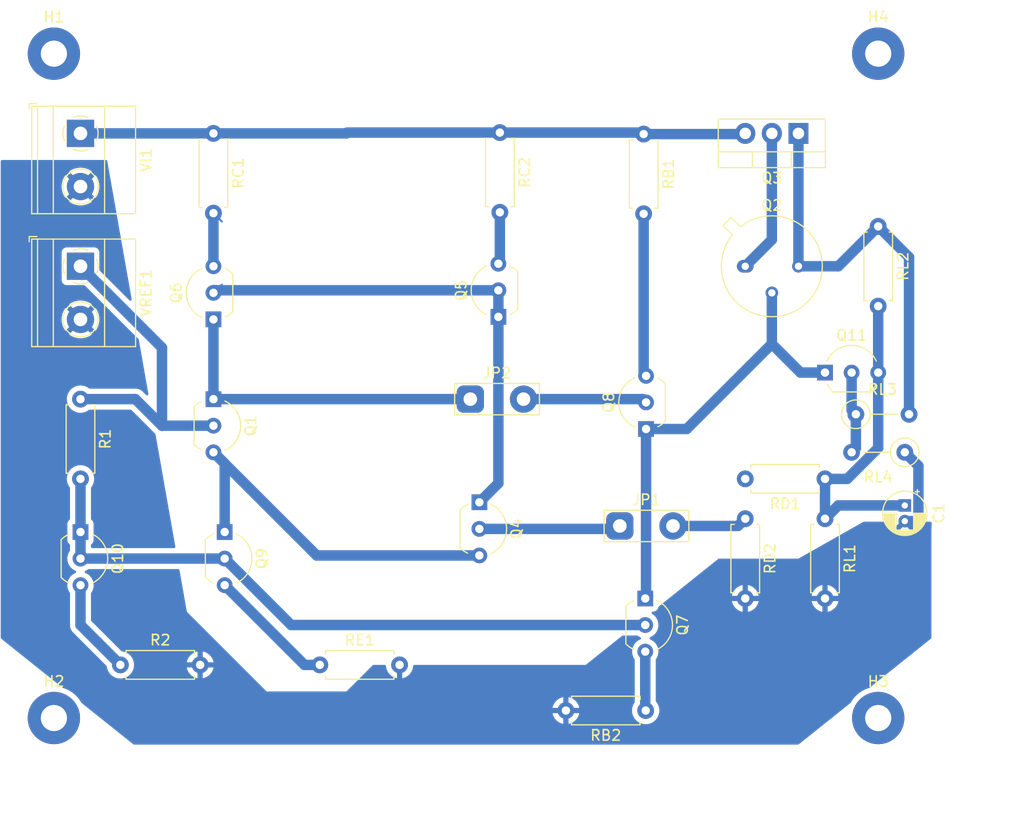
<source format=kicad_pcb>
(kicad_pcb (version 20240108) (generator "pcbnew") (generator_version "8.0")
  (layers (0 "F.Cu" signal) (31 "B.Cu" signal) (34 "B.Paste" user) (35 "F.Paste" user) (36 "B.SilkS" user "B.Silkscreen") (37 "F.SilkS" user "F.Silkscreen") (38 "B.Mask" user) (39 "F.Mask" user) (44 "Edge.Cuts" user))
  (net 0 "")
  (net 1 "vref")
  (net 2 "Net-(Q1-E)")
  (net 3 "Net-(Q11-C)")
  (net 4 "Net-(Q2-C)")
  (net 5 "vo")
  (net 6 "vi")
  (net 7 "Net-(JP1-B)")
  (net 8 "Net-(Q4-C)")
  (net 9 "Net-(Q5-E)")
  (net 10 "Net-(Q6-E)")
  (net 11 "Net-(Q10-B)")
  (net 12 "Net-(Q7-E)")
  (net 13 "Net-(Q8-E)")
  (net 14 "Net-(Q9-E)")
  (net 15 "Net-(Q10-E)")
  (net 16 "Net-(JP1-A)")
  (net 17 "Net-(JP2-A)")
  (net 18 "Net-(JP2-B)")
  (net 19 "GND")
  (net 20 "Net-(Q2-E)")
  (net 21 "Net-(Q11-B)")
  (footprint "TestPoint:TestPoint_2Pads_Pitch5.08mm_Drill1.3mm" (layer "F.Cu") (at 126.138012 76.2)
    (property "Reference" "JP2" (at 2.54 -2.5 0) (layer "F.SilkS"))
    (property "Value" "Jumper_2_Bridged")
    (fp_line (start -1.5 -1.5) (end -1.5 1.5) (stroke (width 0.12)) (layer "F.SilkS"))
    (fp_line (start -1.5 -1.5) (end 6.6 -1.5) (stroke (width 0.12)) (layer "F.SilkS"))
    (fp_line (start 6.6 1.5) (end -1.5 1.5) (stroke (width 0.12)) (layer "F.SilkS"))
    (fp_line (start 6.6 1.5) (end 6.6 -1.5) (stroke (width 0.12)) (layer "F.SilkS"))
    (pad "1" thru_hole roundrect (at 0 0) (size 2.6 2.6) (drill 1.3) (layers "*.Cu" "*.Mask") (net 17 "Net-(JP2-A)"))
    (pad "2" thru_hole circle (at 5.08 0) (size 2.6 2.6) (drill 1.3) (layers "*.Cu" "*.Mask") (net 18 "Net-(JP2-B)"))
  )
  (footprint "Package_TO_SOT_THT:TO-92_Inline_Wide" (layer "F.Cu") (at 160.02 73.66)
    (property "Reference" "Q11" (at 2.54 -3.56 0) (layer "F.SilkS"))
    (property "Value" "BC547C")
    (fp_line (start 0.74 1.85) (end 4.34 1.85) (stroke (width 0.12)) (layer "F.SilkS"))
    (fp_arc (start 0.1836 -1.098807) (mid 1.143021 -2.192817) (end 2.54 -2.6) (stroke (width 0.12)) (layer "F.SilkS"))
    (fp_arc (start 0.74 1.85) (mid 0.446097 1.509328) (end 0.215816 1.122795) (stroke (width 0.12)) (layer "F.SilkS"))
    (fp_arc (start 2.54 -2.6) (mid 3.936979 -2.192818) (end 4.8964 -1.098807) (stroke (width 0.12)) (layer "F.SilkS"))
    (fp_arc (start 4.864184 1.122795) (mid 4.633903 1.509328) (end 4.34 1.85) (stroke (width 0.12)) (layer "F.SilkS"))
    (pad "1" thru_hole rect (at 0 0) (size 1.5 1.5) (drill 0.8) (layers "*.Cu" "*.Mask") (net 3 "Net-(Q11-C)"))
    (pad "2" thru_hole circle (at 2.54 0) (size 1.5 1.5) (drill 0.8) (layers "*.Cu" "*.Mask") (net 21 "Net-(Q11-B)"))
    (pad "3" thru_hole circle (at 5.08 0) (size 1.5 1.5) (drill 0.8) (layers "*.Cu" "*.Mask") (net 5 "vo"))
  )
  (footprint "MountingHole:MountingHole_2.5mm_Pad" (layer "F.Cu") (at 86.36 106.68)
    (property "Reference" "H2" (at 0 -3.5 0) (layer "F.SilkS"))
    (property "Value" "MountingHole")
    (pad "1" thru_hole circle (at 0 0) (size 5 5) (drill 2.5) (layers "*.Cu" "*.Mask"))
  )
  (footprint "Package_TO_SOT_THT:TO-92_Inline_Wide" (layer "F.Cu") (at 142.924151 79.0538 90)
    (property "Reference" "Q8" (at 2.54 -3.56 -90) (layer "F.SilkS"))
    (property "Value" "BC557C")
    (fp_line (start 0.74 1.85) (end 4.34 1.85) (stroke (width 0.12)) (layer "F.SilkS"))
    (fp_arc (start 2.54 -2.6) (mid 3.936979 -2.192818) (end 4.8964 -1.098807) (stroke (width 0.12)) (layer "F.SilkS"))
    (fp_arc (start 0.1836 -1.098807) (mid 1.143021 -2.192817) (end 2.54 -2.6) (stroke (width 0.12)) (layer "F.SilkS"))
    (fp_arc (start 4.864184 1.122795) (mid 4.633903 1.509328) (end 4.34 1.85) (stroke (width 0.12)) (layer "F.SilkS"))
    (fp_arc (start 0.74 1.85) (mid 0.446097 1.509328) (end 0.215816 1.122795) (stroke (width 0.12)) (layer "F.SilkS"))
    (pad "1" thru_hole rect (at 0 0 90) (size 1.5 1.5) (drill 0.8) (layers "*.Cu" "*.Mask") (net 3 "Net-(Q11-C)"))
    (pad "2" thru_hole circle (at 2.54 0 90) (size 1.5 1.5) (drill 0.8) (layers "*.Cu" "*.Mask") (net 18 "Net-(JP2-B)"))
    (pad "3" thru_hole circle (at 5.08 0 90) (size 1.5 1.5) (drill 0.8) (layers "*.Cu" "*.Mask") (net 13 "Net-(Q8-E)"))
  )
  (footprint "Package_TO_SOT_THT:TO-92_Inline_Wide" (layer "F.Cu") (at 128.818068 68.336227 90)
    (property "Reference" "Q5" (at 2.54 -3.56 -90) (layer "F.SilkS"))
    (property "Value" "BC557C")
    (fp_line (start 0.74 1.85) (end 4.34 1.85) (stroke (width 0.12)) (layer "F.SilkS"))
    (fp_arc (start 2.54 -2.6) (mid 3.936979 -2.192818) (end 4.8964 -1.098807) (stroke (width 0.12)) (layer "F.SilkS"))
    (fp_arc (start 0.1836 -1.098807) (mid 1.143021 -2.192817) (end 2.54 -2.6) (stroke (width 0.12)) (layer "F.SilkS"))
    (fp_arc (start 4.864184 1.122795) (mid 4.633903 1.509328) (end 4.34 1.85) (stroke (width 0.12)) (layer "F.SilkS"))
    (fp_arc (start 0.74 1.85) (mid 0.446097 1.509328) (end 0.215816 1.122795) (stroke (width 0.12)) (layer "F.SilkS"))
    (pad "1" thru_hole rect (at 0 0 90) (size 1.5 1.5) (drill 0.8) (layers "*.Cu" "*.Mask") (net 8 "Net-(Q4-C)"))
    (pad "2" thru_hole circle (at 2.54 0 90) (size 1.5 1.5) (drill 0.8) (layers "*.Cu" "*.Mask") (net 8 "Net-(Q4-C)"))
    (pad "3" thru_hole circle (at 5.08 0 90) (size 1.5 1.5) (drill 0.8) (layers "*.Cu" "*.Mask") (net 9 "Net-(Q5-E)"))
  )
  (footprint "Resistor_THT:R_Axial_DIN0207_L6.3mm_D2.5mm_P7.62mm_Horizontal" (layer "F.Cu") (at 92.71 101.6)
    (property "Reference" "R2" (at 3.81 -2.37 0) (layer "F.SilkS"))
    (property "Value" "390")
    (fp_line (start 0.54 -1.37) (end 7.08 -1.37) (stroke (width 0.12)) (layer "F.SilkS"))
    (fp_line (start 0.54 -1.04) (end 0.54 -1.37) (stroke (width 0.12)) (layer "F.SilkS"))
    (fp_line (start 0.54 1.04) (end 0.54 1.37) (stroke (width 0.12)) (layer "F.SilkS"))
    (fp_line (start 0.54 1.37) (end 7.08 1.37) (stroke (width 0.12)) (layer "F.SilkS"))
    (fp_line (start 7.08 -1.37) (end 7.08 -1.04) (stroke (width 0.12)) (layer "F.SilkS"))
    (fp_line (start 7.08 1.37) (end 7.08 1.04) (stroke (width 0.12)) (layer "F.SilkS"))
    (pad "1" thru_hole circle (at 0 0) (size 1.6 1.6) (drill 0.8) (layers "*.Cu" "*.Mask") (net 15 "Net-(Q10-E)"))
    (pad "2" thru_hole oval (at 7.62 0) (size 1.6 1.6) (drill 0.8) (layers "*.Cu" "*.Mask") (net 19 "GND"))
  )
  (footprint "TerminalBlock_Phoenix:TerminalBlock_Phoenix_MKDS-1,5-2-5.08_1x02_P5.08mm_Horizontal" (layer "F.Cu") (at 88.9 50.8 -90)
    (property "Reference" "VI1" (at 2.54 -6.26 90) (layer "F.SilkS"))
    (property "Value" "6.8")
    (fp_line (start -2.84 4.9) (end -2.34 4.9) (stroke (width 0.12)) (layer "F.SilkS"))
    (fp_line (start -2.6 4.66) (end 7.68 4.66) (stroke (width 0.12)) (layer "F.SilkS"))
    (fp_line (start -2.84 4.16) (end -2.84 4.9) (stroke (width 0.12)) (layer "F.SilkS"))
    (fp_line (start -2.6 4.1) (end 7.68 4.1) (stroke (width 0.12)) (layer "F.SilkS"))
    (fp_line (start -2.6 2.6) (end 7.68 2.6) (stroke (width 0.12)) (layer "F.SilkS"))
    (fp_line (start 4.046 1.239) (end 4.011 1.274) (stroke (width 0.12)) (layer "F.SilkS"))
    (fp_line (start 3.853 1.023) (end 3.806 1.069) (stroke (width 0.12)) (layer "F.SilkS"))
    (fp_line (start 6.355 -1.069) (end 6.308 -1.023) (stroke (width 0.12)) (layer "F.SilkS"))
    (fp_line (start 6.15 -1.275) (end 6.115 -1.239) (stroke (width 0.12)) (layer "F.SilkS"))
    (fp_line (start -2.6 -2.301) (end 7.68 -2.301) (stroke (width 0.12)) (layer "F.SilkS"))
    (fp_line (start -2.6 -5.261) (end -2.6 4.66) (stroke (width 0.12)) (layer "F.SilkS"))
    (fp_line (start -2.6 -5.261) (end 7.68 -5.261) (stroke (width 0.12)) (layer "F.SilkS"))
    (fp_line (start 7.68 -5.261) (end 7.68 4.66) (stroke (width 0.12)) (layer "F.SilkS"))
    (fp_arc (start 0.028805 1.680253) (mid -0.335551 1.646659) (end -0.684 1.535) (stroke (width 0.12)) (layer "F.SilkS"))
    (fp_arc (start 0.683318 1.534756) (mid 0.349292 1.643288) (end 0 1.68) (stroke (width 0.12)) (layer "F.SilkS"))
    (fp_arc (start -1.535427 0.683042) (mid -1.680501 -0.000524) (end -1.535 -0.684) (stroke (width 0.12)) (layer "F.SilkS"))
    (fp_arc (start 1.535427 -0.683042) (mid 1.680501 0.000524) (end 1.535 0.684) (stroke (width 0.12)) (layer "F.SilkS"))
    (fp_arc (start -0.683042 -1.535427) (mid 0.000524 -1.680501) (end 0.684 -1.535) (stroke (width 0.12)) (layer "F.SilkS"))
    (fp_circle (center 5.08 0) (end 6.76 0) (stroke (width 0.12)) (fill none) (layer "F.SilkS"))
    (pad "1" thru_hole rect (at 0 0 270) (size 2.6 2.6) (drill 1.3) (layers "*.Cu" "*.Mask") (net 6 "vi"))
    (pad "2" thru_hole circle (at 5.08 0 270) (size 2.6 2.6) (drill 1.3) (layers "*.Cu" "*.Mask") (net 19 "GND"))
  )
  (footprint "Capacitor_THT:CP_Radial_D4.0mm_P1.50mm" (layer "F.Cu") (at 167.64 86.36 -90)
    (property "Reference" "C1" (at 0.75 -3.25 90) (layer "F.SilkS"))
    (property "Value" "C")
    (fp_line (start 0.75 0.84) (end 0.75 2.08) (stroke (width 0.12)) (layer "F.SilkS"))
    (fp_line (start 0.79 0.84) (end 0.79 2.08) (stroke (width 0.12)) (layer "F.SilkS"))
    (fp_line (start 0.83 0.84) (end 0.83 2.079) (stroke (width 0.12)) (layer "F.SilkS"))
    (fp_line (start 0.87 0.84) (end 0.87 2.077) (stroke (width 0.12)) (layer "F.SilkS"))
    (fp_line (start 0.91 0.84) (end 0.91 2.074) (stroke (width 0.12)) (layer "F.SilkS"))
    (fp_line (start 0.95 0.84) (end 0.95 2.071) (stroke (width 0.12)) (layer "F.SilkS"))
    (fp_line (start 0.99 0.84) (end 0.99 2.067) (stroke (width 0.12)) (layer "F.SilkS"))
    (fp_line (start 1.03 0.84) (end 1.03 2.062) (stroke (width 0.12)) (layer "F.SilkS"))
    (fp_line (start 1.07 0.84) (end 1.07 2.056) (stroke (width 0.12)) (layer "F.SilkS"))
    (fp_line (start 1.11 0.84) (end 1.11 2.05) (stroke (width 0.12)) (layer "F.SilkS"))
    (fp_line (start 1.15 0.84) (end 1.15 2.042) (stroke (width 0.12)) (layer "F.SilkS"))
    (fp_line (start 1.19 0.84) (end 1.19 2.034) (stroke (width 0.12)) (layer "F.SilkS"))
    (fp_line (start 1.23 0.84) (end 1.23 2.025) (stroke (width 0.12)) (layer "F.SilkS"))
    (fp_line (start 1.27 0.84) (end 1.27 2.016) (stroke (width 0.12)) (layer "F.SilkS"))
    (fp_line (start 1.31 0.84) (end 1.31 2.005) (stroke (width 0.12)) (layer "F.SilkS"))
    (fp_line (start 1.35 0.84) (end 1.35 1.994) (stroke (width 0.12)) (layer "F.SilkS"))
    (fp_line (start 1.39 0.84) (end 1.39 1.982) (stroke (width 0.12)) (layer "F.SilkS"))
    (fp_line (start 1.43 0.84) (end 1.43 1.968) (stroke (width 0.12)) (layer "F.SilkS"))
    (fp_line (start 1.471 0.84) (end 1.471 1.954) (stroke (width 0.12)) (layer "F.SilkS"))
    (fp_line (start 1.511 0.84) (end 1.511 1.94) (stroke (width 0.12)) (layer "F.SilkS"))
    (fp_line (start 1.551 0.84) (end 1.551 1.924) (stroke (width 0.12)) (layer "F.SilkS"))
    (fp_line (start 1.591 0.84) (end 1.591 1.907) (stroke (width 0.12)) (layer "F.SilkS"))
    (fp_line (start 1.631 0.84) (end 1.631 1.889) (stroke (width 0.12)) (layer "F.SilkS"))
    (fp_line (start 1.671 0.84) (end 1.671 1.87) (stroke (width 0.12)) (layer "F.SilkS"))
    (fp_line (start 1.711 0.84) (end 1.711 1.851) (stroke (width 0.12)) (layer "F.SilkS"))
    (fp_line (start 1.751 0.84) (end 1.751 1.83) (stroke (width 0.12)) (layer "F.SilkS"))
    (fp_line (start 1.791 0.84) (end 1.791 1.808) (stroke (width 0.12)) (layer "F.SilkS"))
    (fp_line (start 1.831 0.84) (end 1.831 1.785) (stroke (width 0.12)) (layer "F.SilkS"))
    (fp_line (start 1.871 0.84) (end 1.871 1.76) (stroke (width 0.12)) (layer "F.SilkS"))
    (fp_line (start 1.911 0.84) (end 1.911 1.735) (stroke (width 0.12)) (layer "F.SilkS"))
    (fp_line (start 1.951 0.84) (end 1.951 1.708) (stroke (width 0.12)) (layer "F.SilkS"))
    (fp_line (start 1.991 0.84) (end 1.991 1.68) (stroke (width 0.12)) (layer "F.SilkS"))
    (fp_line (start 2.031 0.84) (end 2.031 1.65) (stroke (width 0.12)) (layer "F.SilkS"))
    (fp_line (start 2.071 0.84) (end 2.071 1.619) (stroke (width 0.12)) (layer "F.SilkS"))
    (fp_line (start 2.111 0.84) (end 2.111 1.587) (stroke (width 0.12)) (layer "F.SilkS"))
    (fp_line (start 2.151 0.84) (end 2.151 1.552) (stroke (width 0.12)) (layer "F.SilkS"))
    (fp_line (start 2.191 0.84) (end 2.191 1.516) (stroke (width 0.12)) (layer "F.SilkS"))
    (fp_line (start 2.231 0.84) (end 2.231 1.478) (stroke (width 0.12)) (layer "F.SilkS"))
    (fp_line (start 2.271 0.84) (end 2.271 1.438) (stroke (width 0.12)) (layer "F.SilkS"))
    (fp_line (start 2.311 0.84) (end 2.311 1.396) (stroke (width 0.12)) (layer "F.SilkS"))
    (fp_line (start 2.831 -0.37) (end 2.831 0.37) (stroke (width 0.12)) (layer "F.SilkS"))
    (fp_line (start 2.791 -0.537) (end 2.791 0.537) (stroke (width 0.12)) (layer "F.SilkS"))
    (fp_line (start 2.751 -0.664) (end 2.751 0.664) (stroke (width 0.12)) (layer "F.SilkS"))
    (fp_line (start 2.711 -0.768) (end 2.711 0.768) (stroke (width 0.12)) (layer "F.SilkS"))
    (fp_line (start 2.671 -0.859) (end 2.671 0.859) (stroke (width 0.12)) (layer "F.SilkS"))
    (fp_line (start 2.631 -0.94) (end 2.631 0.94) (stroke (width 0.12)) (layer "F.SilkS"))
    (fp_line (start 2.591 -1.013) (end 2.591 1.013) (stroke (width 0.12)) (layer "F.SilkS"))
    (fp_line (start 2.551 -1.08) (end 2.551 1.08) (stroke (width 0.12)) (layer "F.SilkS"))
    (fp_line (start 2.511 -1.142) (end 2.511 1.142) (stroke (width 0.12)) (layer "F.SilkS"))
    (fp_line (start -1.519801 -1.195) (end -1.119801 -1.195) (stroke (width 0.12)) (layer "F.SilkS"))
    (fp_line (start 2.471 -1.2) (end 2.471 1.2) (stroke (width 0.12)) (layer "F.SilkS"))
    (fp_line (start 2.431 -1.254) (end 2.431 1.254) (stroke (width 0.12)) (layer "F.SilkS"))
    (fp_line (start 2.391 -1.304) (end 2.391 1.304) (stroke (width 0.12)) (layer "F.SilkS"))
    (fp_line (start 2.351 -1.351) (end 2.351 1.351) (stroke (width 0.12)) (layer "F.SilkS"))
    (fp_line (start -1.319801 -1.395) (end -1.319801 -0.995) (stroke (width 0.12)) (layer "F.SilkS"))
    (fp_line (start 2.311 -1.396) (end 2.311 -0.84) (stroke (width 0.12)) (layer "F.SilkS"))
    (fp_line (start 2.271 -1.438) (end 2.271 -0.84) (stroke (width 0.12)) (layer "F.SilkS"))
    (fp_line (start 2.231 -1.478) (end 2.231 -0.84) (stroke (width 0.12)) (layer "F.SilkS"))
    (fp_line (start 2.191 -1.516) (end 2.191 -0.84) (stroke (width 0.12)) (layer "F.SilkS"))
    (fp_line (start 2.151 -1.552) (end 2.151 -0.84) (stroke (width 0.12)) (layer "F.SilkS"))
    (fp_line (start 2.111 -1.587) (end 2.111 -0.84) (stroke (width 0.12)) (layer "F.SilkS"))
    (fp_line (start 2.071 -1.619) (end 2.071 -0.84) (stroke (width 0.12)) (layer "F.SilkS"))
    (fp_line (start 2.031 -1.65) (end 2.031 -0.84) (stroke (width 0.12)) (layer "F.SilkS"))
    (fp_line (start 1.991 -1.68) (end 1.991 -0.84) (stroke (width 0.12)) (layer "F.SilkS"))
    (fp_line (start 1.951 -1.708) (end 1.951 -0.84) (stroke (width 0.12)) (layer "F.SilkS"))
    (fp_line (start 1.911 -1.735) (end 1.911 -0.84) (stroke (width 0.12)) (layer "F.SilkS"))
    (fp_line (start 1.871 -1.76) (end 1.871 -0.84) (stroke (width 0.12)) (layer "F.SilkS"))
    (fp_line (start 1.831 -1.785) (end 1.831 -0.84) (stroke (width 0.12)) (layer "F.SilkS"))
    (fp_line (start 1.791 -1.808) (end 1.791 -0.84) (stroke (width 0.12)) (layer "F.SilkS"))
    (fp_line (start 1.751 -1.83) (end 1.751 -0.84) (stroke (width 0.12)) (layer "F.SilkS"))
    (fp_line (start 1.711 -1.851) (end 1.711 -0.84) (stroke (width 0.12)) (layer "F.SilkS"))
    (fp_line (start 1.671 -1.87) (end 1.671 -0.84) (stroke (width 0.12)) (layer "F.SilkS"))
    (fp_line (start 1.631 -1.889) (end 1.631 -0.84) (stroke (width 0.12)) (layer "F.SilkS"))
    (fp_line (start 1.591 -1.907) (end 1.591 -0.84) (stroke (width 0.12)) (layer "F.SilkS"))
    (fp_line (start 1.551 -1.924) (end 1.551 -0.84) (stroke (width 0.12)) (layer "F.SilkS"))
    (fp_line (start 1.511 -1.94) (end 1.511 -0.84) (stroke (width 0.12)) (layer "F.SilkS"))
    (fp_line (start 1.471 -1.954) (end 1.471 -0.84) (stroke (width 0.12)) (layer "F.SilkS"))
    (fp_line (start 1.43 -1.968) (end 1.43 -0.84) (stroke (width 0.12)) (layer "F.SilkS"))
    (fp_line (start 1.39 -1.982) (end 1.39 -0.84) (stroke (width 0.12)) (layer "F.SilkS"))
    (fp_line (start 1.35 -1.994) (end 1.35 -0.84) (stroke (width 0.12)) (layer "F.SilkS"))
    (fp_line (start 1.31 -2.005) (end 1.31 -0.84) (stroke (width 0.12)) (layer "F.SilkS"))
    (fp_line (start 1.27 -2.016) (end 1.27 -0.84) (stroke (width 0.12)) (layer "F.SilkS"))
    (fp_line (start 1.23 -2.025) (end 1.23 -0.84) (stroke (width 0.12)) (layer "F.SilkS"))
    (fp_line (start 1.19 -2.034) (end 1.19 -0.84) (stroke (width 0.12)) (layer "F.SilkS"))
    (fp_line (start 1.15 -2.042) (end 1.15 -0.84) (stroke (width 0.12)) (layer "F.SilkS"))
    (fp_line (start 1.11 -2.05) (end 1.11 -0.84) (stroke (width 0.12)) (layer "F.SilkS"))
    (fp_line (start 1.07 -2.056) (end 1.07 -0.84) (stroke (width 0.12)) (layer "F.SilkS"))
    (fp_line (start 1.03 -2.062) (end 1.03 -0.84) (stroke (width 0.12)) (layer "F.SilkS"))
    (fp_line (start 0.99 -2.067) (end 0.99 -0.84) (stroke (width 0.12)) (layer "F.SilkS"))
    (fp_line (start 0.95 -2.071) (end 0.95 -0.84) (stroke (width 0.12)) (layer "F.SilkS"))
    (fp_line (start 0.91 -2.074) (end 0.91 -0.84) (stroke (width 0.12)) (layer "F.SilkS"))
    (fp_line (start 0.87 -2.077) (end 0.87 -0.84) (stroke (width 0.12)) (layer "F.SilkS"))
    (fp_line (start 0.83 -2.079) (end 0.83 -0.84) (stroke (width 0.12)) (layer "F.SilkS"))
    (fp_line (start 0.75 -2.08) (end 0.75 -0.84) (stroke (width 0.12)) (layer "F.SilkS"))
    (fp_line (start 0.79 -2.08) (end 0.79 -0.84) (stroke (width 0.12)) (layer "F.SilkS"))
    (fp_circle (center 0.75 0) (end 2.87 0) (stroke (width 0.12)) (fill none) (layer "F.SilkS"))
    (pad "1" thru_hole rect (at 0 0 270) (size 1.2 1.2) (drill 0.6) (layers "*.Cu" "*.Mask") (net 5 "vo"))
    (pad "2" thru_hole circle (at 1.5 0 270) (size 1.2 1.2) (drill 0.6) (layers "*.Cu" "*.Mask") (net 19 "GND"))
  )
  (footprint "Resistor_THT:R_Axial_DIN0207_L6.3mm_D2.5mm_P5.08mm_Vertical" (layer "F.Cu") (at 162.965833 77.64464)
    (property "Reference" "RL3" (at 2.54 -2.37 360) (layer "F.SilkS"))
    (property "Value" "50")
    (fp_line (start 1.37 0) (end 3.98 0) (stroke (width 0.12)) (layer "F.SilkS"))
    (fp_circle (center 0 0) (end 1.37 0) (stroke (width 0.12)) (fill none) (layer "F.SilkS"))
    (pad "1" thru_hole circle (at 0 0) (size 1.6 1.6) (drill 0.8) (layers "*.Cu" "*.Mask") (net 21 "Net-(Q11-B)"))
    (pad "2" thru_hole oval (at 5.08 0) (size 1.6 1.6) (drill 0.8) (layers "*.Cu" "*.Mask") (net 20 "Net-(Q2-E)"))
  )
  (footprint "Resistor_THT:R_Axial_DIN0207_L6.3mm_D2.5mm_P7.62mm_Horizontal" (layer "F.Cu") (at 88.9 76.2 -90)
    (property "Reference" "R1" (at 3.81 -2.37 90) (layer "F.SilkS"))
    (property "Value" "1.5k")
    (fp_line (start 0.54 1.37) (end 7.08 1.37) (stroke (width 0.12)) (layer "F.SilkS"))
    (fp_line (start 7.08 1.37) (end 7.08 1.04) (stroke (width 0.12)) (layer "F.SilkS"))
    (fp_line (start 0.54 1.04) (end 0.54 1.37) (stroke (width 0.12)) (layer "F.SilkS"))
    (fp_line (start 0.54 -1.04) (end 0.54 -1.37) (stroke (width 0.12)) (layer "F.SilkS"))
    (fp_line (start 0.54 -1.37) (end 7.08 -1.37) (stroke (width 0.12)) (layer "F.SilkS"))
    (fp_line (start 7.08 -1.37) (end 7.08 -1.04) (stroke (width 0.12)) (layer "F.SilkS"))
    (pad "1" thru_hole circle (at 0 0 270) (size 1.6 1.6) (drill 0.8) (layers "*.Cu" "*.Mask") (net 1 "vref"))
    (pad "2" thru_hole oval (at 7.62 0 270) (size 1.6 1.6) (drill 0.8) (layers "*.Cu" "*.Mask") (net 11 "Net-(Q10-B)"))
  )
  (footprint "Package_TO_SOT_THT:TO-92_Inline_Wide" (layer "F.Cu") (at 127 86.061118 -90)
    (property "Reference" "Q4" (at 2.54 -3.56 90) (layer "F.SilkS"))
    (property "Value" "BC547C")
    (fp_line (start 0.74 1.85) (end 4.34 1.85) (stroke (width 0.12)) (layer "F.SilkS"))
    (fp_arc (start 0.74 1.85) (mid 0.446097 1.509328) (end 0.215816 1.122795) (stroke (width 0.12)) (layer "F.SilkS"))
    (fp_arc (start 4.864184 1.122795) (mid 4.633903 1.509328) (end 4.34 1.85) (stroke (width 0.12)) (layer "F.SilkS"))
    (fp_arc (start 0.1836 -1.098807) (mid 1.143021 -2.192817) (end 2.54 -2.6) (stroke (width 0.12)) (layer "F.SilkS"))
    (fp_arc (start 2.54 -2.6) (mid 3.936979 -2.192818) (end 4.8964 -1.098807) (stroke (width 0.12)) (layer "F.SilkS"))
    (pad "1" thru_hole rect (at 0 0 270) (size 1.5 1.5) (drill 0.8) (layers "*.Cu" "*.Mask") (net 8 "Net-(Q4-C)"))
    (pad "2" thru_hole circle (at 2.54 0 270) (size 1.5 1.5) (drill 0.8) (layers "*.Cu" "*.Mask") (net 16 "Net-(JP1-A)"))
    (pad "3" thru_hole circle (at 5.08 0 270) (size 1.5 1.5) (drill 0.8) (layers "*.Cu" "*.Mask") (net 2 "Net-(Q1-E)"))
  )
  (footprint "Resistor_THT:R_Axial_DIN0207_L6.3mm_D2.5mm_P7.62mm_Horizontal" (layer "F.Cu") (at 142.888242 105.963521 180)
    (property "Reference" "RB2" (at 3.81 -2.37 180) (layer "F.SilkS"))
    (property "Value" "1.8k")
    (fp_line (start 7.08 1.37) (end 7.08 1.04) (stroke (width 0.12)) (layer "F.SilkS"))
    (fp_line (start 7.08 -1.37) (end 7.08 -1.04) (stroke (width 0.12)) (layer "F.SilkS"))
    (fp_line (start 0.54 1.37) (end 7.08 1.37) (stroke (width 0.12)) (layer "F.SilkS"))
    (fp_line (start 0.54 1.04) (end 0.54 1.37) (stroke (width 0.12)) (layer "F.SilkS"))
    (fp_line (start 0.54 -1.04) (end 0.54 -1.37) (stroke (width 0.12)) (layer "F.SilkS"))
    (fp_line (start 0.54 -1.37) (end 7.08 -1.37) (stroke (width 0.12)) (layer "F.SilkS"))
    (pad "1" thru_hole circle (at 0 0 180) (size 1.6 1.6) (drill 0.8) (layers "*.Cu" "*.Mask") (net 12 "Net-(Q7-E)"))
    (pad "2" thru_hole oval (at 7.62 0 180) (size 1.6 1.6) (drill 0.8) (layers "*.Cu" "*.Mask") (net 19 "GND"))
  )
  (footprint "Resistor_THT:R_Axial_DIN0207_L6.3mm_D2.5mm_P5.08mm_Vertical" (layer "F.Cu") (at 167.64 81.28 180)
    (property "Reference" "RL4" (at 2.54 -2.37 180) (layer "F.SilkS"))
    (property "Value" "50")
    (fp_line (start 1.37 0) (end 3.98 0) (stroke (width 0.12)) (layer "F.SilkS"))
    (fp_circle (center 0 0) (end 1.37 0) (stroke (width 0.12)) (fill none) (layer "F.SilkS"))
    (pad "1" thru_hole circle (at 0 0 180) (size 1.6 1.6) (drill 0.8) (layers "*.Cu" "*.Mask") (net 19 "GND"))
    (pad "2" thru_hole oval (at 5.08 0 180) (size 1.6 1.6) (drill 0.8) (layers "*.Cu" "*.Mask") (net 21 "Net-(Q11-B)"))
  )
  (footprint "Resistor_THT:R_Axial_DIN0207_L6.3mm_D2.5mm_P7.62mm_Horizontal" (layer "F.Cu") (at 160.02 87.63 -90)
    (property "Reference" "RL1" (at 3.81 -2.37 90) (layer "F.SilkS"))
    (property "Value" "50")
    (fp_line (start 0.54 1.37) (end 7.08 1.37) (stroke (width 0.12)) (layer "F.SilkS"))
    (fp_line (start 7.08 1.37) (end 7.08 1.04) (stroke (width 0.12)) (layer "F.SilkS"))
    (fp_line (start 0.54 1.04) (end 0.54 1.37) (stroke (width 0.12)) (layer "F.SilkS"))
    (fp_line (start 0.54 -1.04) (end 0.54 -1.37) (stroke (width 0.12)) (layer "F.SilkS"))
    (fp_line (start 0.54 -1.37) (end 7.08 -1.37) (stroke (width 0.12)) (layer "F.SilkS"))
    (fp_line (start 7.08 -1.37) (end 7.08 -1.04) (stroke (width 0.12)) (layer "F.SilkS"))
    (pad "1" thru_hole circle (at 0 0 270) (size 1.6 1.6) (drill 0.8) (layers "*.Cu" "*.Mask") (net 5 "vo"))
    (pad "2" thru_hole oval (at 7.62 0 270) (size 1.6 1.6) (drill 0.8) (layers "*.Cu" "*.Mask") (net 19 "GND"))
  )
  (footprint "Resistor_THT:R_Axial_DIN0207_L6.3mm_D2.5mm_P7.62mm_Horizontal" (layer "F.Cu") (at 101.6 50.8 -90)
    (property "Reference" "RC1" (at 3.81 -2.37 90) (layer "F.SilkS"))
    (property "Value" "510")
    (fp_line (start 0.54 1.37) (end 7.08 1.37) (stroke (width 0.12)) (layer "F.SilkS"))
    (fp_line (start 7.08 1.37) (end 7.08 1.04) (stroke (width 0.12)) (layer "F.SilkS"))
    (fp_line (start 0.54 1.04) (end 0.54 1.37) (stroke (width 0.12)) (layer "F.SilkS"))
    (fp_line (start 0.54 -1.04) (end 0.54 -1.37) (stroke (width 0.12)) (layer "F.SilkS"))
    (fp_line (start 0.54 -1.37) (end 7.08 -1.37) (stroke (width 0.12)) (layer "F.SilkS"))
    (fp_line (start 7.08 -1.37) (end 7.08 -1.04) (stroke (width 0.12)) (layer "F.SilkS"))
    (pad "1" thru_hole circle (at 0 0 270) (size 1.6 1.6) (drill 0.8) (layers "*.Cu" "*.Mask") (net 6 "vi"))
    (pad "2" thru_hole oval (at 7.62 0 270) (size 1.6 1.6) (drill 0.8) (layers "*.Cu" "*.Mask") (net 10 "Net-(Q6-E)"))
  )
  (footprint "TestPoint:TestPoint_2Pads_Pitch5.08mm_Drill1.3mm" (layer "F.Cu") (at 140.416478 88.319993)
    (property "Reference" "JP1" (at 2.54 -2.5 0) (layer "F.SilkS"))
    (property "Value" "Jumper_2_Bridged")
    (fp_line (start -1.5 -1.5) (end -1.5 1.5) (stroke (width 0.12)) (layer "F.SilkS"))
    (fp_line (start -1.5 -1.5) (end 6.6 -1.5) (stroke (width 0.12)) (layer "F.SilkS"))
    (fp_line (start 6.6 1.5) (end -1.5 1.5) (stroke (width 0.12)) (layer "F.SilkS"))
    (fp_line (start 6.6 1.5) (end 6.6 -1.5) (stroke (width 0.12)) (layer "F.SilkS"))
    (pad "1" thru_hole roundrect (at 0 0) (size 2.6 2.6) (drill 1.3) (layers "*.Cu" "*.Mask") (net 16 "Net-(JP1-A)"))
    (pad "2" thru_hole circle (at 5.08 0) (size 2.6 2.6) (drill 1.3) (layers "*.Cu" "*.Mask") (net 7 "Net-(JP1-B)"))
  )
  (footprint "Package_TO_SOT_THT:TO-92_Inline_Wide" (layer "F.Cu") (at 101.6 68.58 90)
    (property "Reference" "Q6" (at 2.54 -3.56 -90) (layer "F.SilkS"))
    (property "Value" "BC557C")
    (fp_line (start 0.74 1.85) (end 4.34 1.85) (stroke (width 0.12)) (layer "F.SilkS"))
    (fp_arc (start 2.54 -2.6) (mid 3.936979 -2.192818) (end 4.8964 -1.098807) (stroke (width 0.12)) (layer "F.SilkS"))
    (fp_arc (start 0.1836 -1.098807) (mid 1.143021 -2.192817) (end 2.54 -2.6) (stroke (width 0.12)) (layer "F.SilkS"))
    (fp_arc (start 4.864184 1.122795) (mid 4.633903 1.509328) (end 4.34 1.85) (stroke (width 0.12)) (layer "F.SilkS"))
    (fp_arc (start 0.74 1.85) (mid 0.446097 1.509328) (end 0.215816 1.122795) (stroke (width 0.12)) (layer "F.SilkS"))
    (pad "1" thru_hole rect (at 0 0 90) (size 1.5 1.5) (drill 0.8) (layers "*.Cu" "*.Mask") (net 17 "Net-(JP2-A)"))
    (pad "2" thru_hole circle (at 2.54 0 90) (size 1.5 1.5) (drill 0.8) (layers "*.Cu" "*.Mask") (net 8 "Net-(Q4-C)"))
    (pad "3" thru_hole circle (at 5.08 0 90) (size 1.5 1.5) (drill 0.8) (layers "*.Cu" "*.Mask") (net 10 "Net-(Q6-E)"))
  )
  (footprint "MountingHole:MountingHole_2.5mm_Pad" (layer "F.Cu") (at 86.36 43.18)
    (property "Reference" "H1" (at 0 -3.5 0) (layer "F.SilkS"))
    (property "Value" "MountingHole")
    (pad "1" thru_hole circle (at 0 0) (size 5 5) (drill 2.5) (layers "*.Cu" "*.Mask"))
  )
  (footprint "Package_TO_SOT_THT:TO-92_Inline_Wide" (layer "F.Cu") (at 88.9 88.9 -90)
    (property "Reference" "Q10" (at 2.54 -3.56 90) (layer "F.SilkS"))
    (property "Value" "BC547C")
    (fp_line (start 0.74 1.85) (end 4.34 1.85) (stroke (width 0.12)) (layer "F.SilkS"))
    (fp_arc (start 0.74 1.85) (mid 0.446097 1.509328) (end 0.215816 1.122795) (stroke (width 0.12)) (layer "F.SilkS"))
    (fp_arc (start 4.864184 1.122795) (mid 4.633903 1.509328) (end 4.34 1.85) (stroke (width 0.12)) (layer "F.SilkS"))
    (fp_arc (start 0.1836 -1.098807) (mid 1.143021 -2.192817) (end 2.54 -2.6) (stroke (width 0.12)) (layer "F.SilkS"))
    (fp_arc (start 2.54 -2.6) (mid 3.936979 -2.192818) (end 4.8964 -1.098807) (stroke (width 0.12)) (layer "F.SilkS"))
    (pad "1" thru_hole rect (at 0 0 270) (size 1.5 1.5) (drill 0.8) (layers "*.Cu" "*.Mask") (net 11 "Net-(Q10-B)"))
    (pad "2" thru_hole circle (at 2.54 0 270) (size 1.5 1.5) (drill 0.8) (layers "*.Cu" "*.Mask") (net 11 "Net-(Q10-B)"))
    (pad "3" thru_hole circle (at 5.08 0 270) (size 1.5 1.5) (drill 0.8) (layers "*.Cu" "*.Mask") (net 15 "Net-(Q10-E)"))
  )
  (footprint "Package_TO_SOT_THT:TO-92_Inline_Wide" (layer "F.Cu") (at 142.847386 95.25 -90)
    (property "Reference" "Q7" (at 2.54 -3.56 90) (layer "F.SilkS"))
    (property "Value" "BC547C")
    (fp_line (start 0.74 1.85) (end 4.34 1.85) (stroke (width 0.12)) (layer "F.SilkS"))
    (fp_arc (start 0.74 1.85) (mid 0.446097 1.509328) (end 0.215816 1.122795) (stroke (width 0.12)) (layer "F.SilkS"))
    (fp_arc (start 4.864184 1.122795) (mid 4.633903 1.509328) (end 4.34 1.85) (stroke (width 0.12)) (layer "F.SilkS"))
    (fp_arc (start 0.1836 -1.098807) (mid 1.143021 -2.192817) (end 2.54 -2.6) (stroke (width 0.12)) (layer "F.SilkS"))
    (fp_arc (start 2.54 -2.6) (mid 3.936979 -2.192818) (end 4.8964 -1.098807) (stroke (width 0.12)) (layer "F.SilkS"))
    (pad "1" thru_hole rect (at 0 0 270) (size 1.5 1.5) (drill 0.8) (layers "*.Cu" "*.Mask") (net 3 "Net-(Q11-C)"))
    (pad "2" thru_hole circle (at 2.54 0 270) (size 1.5 1.5) (drill 0.8) (layers "*.Cu" "*.Mask") (net 11 "Net-(Q10-B)"))
    (pad "3" thru_hole circle (at 5.08 0 270) (size 1.5 1.5) (drill 0.8) (layers "*.Cu" "*.Mask") (net 12 "Net-(Q7-E)"))
  )
  (footprint "Resistor_THT:R_Axial_DIN0207_L6.3mm_D2.5mm_P7.62mm_Horizontal" (layer "F.Cu") (at 128.958123 50.724074 -90)
    (property "Reference" "RC2" (at 3.81 -2.37 90) (layer "F.SilkS"))
    (property "Value" "510")
    (fp_line (start 0.54 1.37) (end 7.08 1.37) (stroke (width 0.12)) (layer "F.SilkS"))
    (fp_line (start 7.08 1.37) (end 7.08 1.04) (stroke (width 0.12)) (layer "F.SilkS"))
    (fp_line (start 0.54 1.04) (end 0.54 1.37) (stroke (width 0.12)) (layer "F.SilkS"))
    (fp_line (start 0.54 -1.04) (end 0.54 -1.37) (stroke (width 0.12)) (layer "F.SilkS"))
    (fp_line (start 0.54 -1.37) (end 7.08 -1.37) (stroke (width 0.12)) (layer "F.SilkS"))
    (fp_line (start 7.08 -1.37) (end 7.08 -1.04) (stroke (width 0.12)) (layer "F.SilkS"))
    (pad "1" thru_hole circle (at 0 0 270) (size 1.6 1.6) (drill 0.8) (layers "*.Cu" "*.Mask") (net 6 "vi"))
    (pad "2" thru_hole oval (at 7.62 0 270) (size 1.6 1.6) (drill 0.8) (layers "*.Cu" "*.Mask") (net 9 "Net-(Q5-E)"))
  )
  (footprint "Resistor_THT:R_Axial_DIN0207_L6.3mm_D2.5mm_P7.62mm_Horizontal" (layer "F.Cu") (at 142.693855 50.867379 -90)
    (property "Reference" "RB1" (at 3.81 -2.37 90) (layer "F.SilkS"))
    (property "Value" "51")
    (fp_line (start 0.54 1.37) (end 7.08 1.37) (stroke (width 0.12)) (layer "F.SilkS"))
    (fp_line (start 7.08 1.37) (end 7.08 1.04) (stroke (width 0.12)) (layer "F.SilkS"))
    (fp_line (start 0.54 1.04) (end 0.54 1.37) (stroke (width 0.12)) (layer "F.SilkS"))
    (fp_line (start 0.54 -1.04) (end 0.54 -1.37) (stroke (width 0.12)) (layer "F.SilkS"))
    (fp_line (start 0.54 -1.37) (end 7.08 -1.37) (stroke (width 0.12)) (layer "F.SilkS"))
    (fp_line (start 7.08 -1.37) (end 7.08 -1.04) (stroke (width 0.12)) (layer "F.SilkS"))
    (pad "1" thru_hole circle (at 0 0 270) (size 1.6 1.6) (drill 0.8) (layers "*.Cu" "*.Mask") (net 6 "vi"))
    (pad "2" thru_hole oval (at 7.62 0 270) (size 1.6 1.6) (drill 0.8) (layers "*.Cu" "*.Mask") (net 13 "Net-(Q8-E)"))
  )
  (footprint "Package_TO_SOT_THT:TO-92_Inline_Wide" (layer "F.Cu") (at 101.6 76.2 -90)
    (property "Reference" "Q1" (at 2.54 -3.56 90) (layer "F.SilkS"))
    (property "Value" "BC547C")
    (fp_line (start 0.74 1.85) (end 4.34 1.85) (stroke (width 0.12)) (layer "F.SilkS"))
    (fp_arc (start 0.74 1.85) (mid 0.446097 1.509328) (end 0.215816 1.122795) (stroke (width 0.12)) (layer "F.SilkS"))
    (fp_arc (start 4.864184 1.122795) (mid 4.633903 1.509328) (end 4.34 1.85) (stroke (width 0.12)) (layer "F.SilkS"))
    (fp_arc (start 0.1836 -1.098807) (mid 1.143021 -2.192817) (end 2.54 -2.6) (stroke (width 0.12)) (layer "F.SilkS"))
    (fp_arc (start 2.54 -2.6) (mid 3.936979 -2.192818) (end 4.8964 -1.098807) (stroke (width 0.12)) (layer "F.SilkS"))
    (pad "1" thru_hole rect (at 0 0 270) (size 1.5 1.5) (drill 0.8) (layers "*.Cu" "*.Mask") (net 17 "Net-(JP2-A)"))
    (pad "2" thru_hole circle (at 2.54 0 270) (size 1.5 1.5) (drill 0.8) (layers "*.Cu" "*.Mask") (net 1 "vref"))
    (pad "3" thru_hole circle (at 5.08 0 270) (size 1.5 1.5) (drill 0.8) (layers "*.Cu" "*.Mask") (net 2 "Net-(Q1-E)"))
  )
  (footprint "TerminalBlock_Phoenix:TerminalBlock_Phoenix_MKDS-1,5-2-5.08_1x02_P5.08mm_Horizontal" (layer "F.Cu") (at 88.9 63.5 -90)
    (property "Reference" "VREF1" (at 2.54 -6.26 90) (layer "F.SilkS"))
    (property "Value" "1.56")
    (fp_line (start -2.84 4.9) (end -2.34 4.9) (stroke (width 0.12)) (layer "F.SilkS"))
    (fp_line (start -2.6 4.66) (end 7.68 4.66) (stroke (width 0.12)) (layer "F.SilkS"))
    (fp_line (start -2.84 4.16) (end -2.84 4.9) (stroke (width 0.12)) (layer "F.SilkS"))
    (fp_line (start -2.6 4.1) (end 7.68 4.1) (stroke (width 0.12)) (layer "F.SilkS"))
    (fp_line (start -2.6 2.6) (end 7.68 2.6) (stroke (width 0.12)) (layer "F.SilkS"))
    (fp_line (start 4.046 1.239) (end 4.011 1.274) (stroke (width 0.12)) (layer "F.SilkS"))
    (fp_line (start 3.853 1.023) (end 3.806 1.069) (stroke (width 0.12)) (layer "F.SilkS"))
    (fp_line (start 6.355 -1.069) (end 6.308 -1.023) (stroke (width 0.12)) (layer "F.SilkS"))
    (fp_line (start 6.15 -1.275) (end 6.115 -1.239) (stroke (width 0.12)) (layer "F.SilkS"))
    (fp_line (start -2.6 -2.301) (end 7.68 -2.301) (stroke (width 0.12)) (layer "F.SilkS"))
    (fp_line (start -2.6 -5.261) (end -2.6 4.66) (stroke (width 0.12)) (layer "F.SilkS"))
    (fp_line (start -2.6 -5.261) (end 7.68 -5.261) (stroke (width 0.12)) (layer "F.SilkS"))
    (fp_line (start 7.68 -5.261) (end 7.68 4.66) (stroke (width 0.12)) (layer "F.SilkS"))
    (fp_arc (start 0.028805 1.680253) (mid -0.335551 1.646659) (end -0.684 1.535) (stroke (width 0.12)) (layer "F.SilkS"))
    (fp_arc (start 0.683318 1.534756) (mid 0.349292 1.643288) (end 0 1.68) (stroke (width 0.12)) (layer "F.SilkS"))
    (fp_arc (start -1.535427 0.683042) (mid -1.680501 -0.000524) (end -1.535 -0.684) (stroke (width 0.12)) (layer "F.SilkS"))
    (fp_arc (start 1.535427 -0.683042) (mid 1.680501 0.000524) (end 1.535 0.684) (stroke (width 0.12)) (layer "F.SilkS"))
    (fp_arc (start -0.683042 -1.535427) (mid 0.000524 -1.680501) (end 0.684 -1.535) (stroke (width 0.12)) (layer "F.SilkS"))
    (fp_circle (center 5.08 0) (end 6.76 0) (stroke (width 0.12)) (fill none) (layer "F.SilkS"))
    (pad "1" thru_hole rect (at 0 0 270) (size 2.6 2.6) (drill 1.3) (layers "*.Cu" "*.Mask") (net 1 "vref"))
    (pad "2" thru_hole circle (at 5.08 0 270) (size 2.6 2.6) (drill 1.3) (layers "*.Cu" "*.Mask") (net 19 "GND"))
  )
  (footprint "Package_TO_SOT_THT:TO-92_Inline_Wide" (layer "F.Cu") (at 102.674717 88.9 -90)
    (property "Reference" "Q9" (at 2.54 -3.56 90) (layer "F.SilkS"))
    (property "Value" "BC547C")
    (fp_line (start 0.74 1.85) (end 4.34 1.85) (stroke (width 0.12)) (layer "F.SilkS"))
    (fp_arc (start 0.74 1.85) (mid 0.446097 1.509328) (end 0.215816 1.122795) (stroke (width 0.12)) (layer "F.SilkS"))
    (fp_arc (start 4.864184 1.122795) (mid 4.633903 1.509328) (end 4.34 1.85) (stroke (width 0.12)) (layer "F.SilkS"))
    (fp_arc (start 0.1836 -1.098807) (mid 1.143021 -2.192817) (end 2.54 -2.6) (stroke (width 0.12)) (layer "F.SilkS"))
    (fp_arc (start 2.54 -2.6) (mid 3.936979 -2.192818) (end 4.8964 -1.098807) (stroke (width 0.12)) (layer "F.SilkS"))
    (pad "1" thru_hole rect (at 0 0 270) (size 1.5 1.5) (drill 0.8) (layers "*.Cu" "*.Mask") (net 2 "Net-(Q1-E)"))
    (pad "2" thru_hole circle (at 2.54 0 270) (size 1.5 1.5) (drill 0.8) (layers "*.Cu" "*.Mask") (net 11 "Net-(Q10-B)"))
    (pad "3" thru_hole circle (at 5.08 0 270) (size 1.5 1.5) (drill 0.8) (layers "*.Cu" "*.Mask") (net 14 "Net-(Q9-E)"))
  )
  (footprint "MountingHole:MountingHole_2.5mm_Pad" (layer "F.Cu") (at 165.1 43.18)
    (property "Reference" "H4" (at 0 -3.5 0) (layer "F.SilkS"))
    (property "Value" "MountingHole")
    (pad "1" thru_hole circle (at 0 0) (size 5 5) (drill 2.5) (layers "*.Cu" "*.Mask"))
  )
  (footprint "Resistor_THT:R_Axial_DIN0207_L6.3mm_D2.5mm_P7.62mm_Horizontal" (layer "F.Cu") (at 165.1 59.69 -90)
    (property "Reference" "RL2" (at 3.81 -2.37 90) (layer "F.SilkS"))
    (property "Value" "50")
    (fp_line (start 0.54 1.37) (end 7.08 1.37) (stroke (width 0.12)) (layer "F.SilkS"))
    (fp_line (start 7.08 1.37) (end 7.08 1.04) (stroke (width 0.12)) (layer "F.SilkS"))
    (fp_line (start 0.54 1.04) (end 0.54 1.37) (stroke (width 0.12)) (layer "F.SilkS"))
    (fp_line (start 0.54 -1.04) (end 0.54 -1.37) (stroke (width 0.12)) (layer "F.SilkS"))
    (fp_line (start 0.54 -1.37) (end 7.08 -1.37) (stroke (width 0.12)) (layer "F.SilkS"))
    (fp_line (start 7.08 -1.37) (end 7.08 -1.04) (stroke (width 0.12)) (layer "F.SilkS"))
    (pad "1" thru_hole circle (at 0 0 270) (size 1.6 1.6) (drill 0.8) (layers "*.Cu" "*.Mask") (net 20 "Net-(Q2-E)"))
    (pad "2" thru_hole oval (at 7.62 0 270) (size 1.6 1.6) (drill 0.8) (layers "*.Cu" "*.Mask") (net 5 "vo"))
  )
  (footprint "Package_TO_SOT_THT:TO-39-3" (layer "F.Cu") (at 152.4 63.5)
    (property "Reference" "Q2" (at 2.54 -5.82 0) (layer "F.SilkS"))
    (property "Value" "2N3019")
    (fp_line (start -2.125856 -3.888039) (end -1.234902 -2.997084) (stroke (width 0.12)) (layer "F.SilkS"))
    (fp_line (start -1.348039 -4.665856) (end -2.125856 -3.888039) (stroke (width 0.12)) (layer "F.SilkS"))
    (fp_line (start -0.457084 -3.774902) (end -1.348039 -4.665856) (stroke (width 0.12)) (layer "F.SilkS"))
    (fp_arc (start -0.457084 -3.774902) (mid 5.948125 3.408384) (end -1.234674 -2.997371) (stroke (width 0.12)) (layer "F.SilkS"))
    (pad "1" thru_hole oval (at 0 0) (size 1.6 1.2) (drill 0.7) (layers "*.Cu" "*.Mask") (net 4 "Net-(Q2-C)"))
    (pad "2" thru_hole oval (at 2.54 2.54) (size 1.2 1.2) (drill 0.7) (layers "*.Cu" "*.Mask") (net 3 "Net-(Q11-C)"))
    (pad "3" thru_hole oval (at 5.08 0) (size 1.2 1.2) (drill 0.7) (layers "*.Cu" "*.Mask") (net 20 "Net-(Q2-E)"))
  )
  (footprint "Resistor_THT:R_Axial_DIN0207_L6.3mm_D2.5mm_P7.62mm_Horizontal" (layer "F.Cu") (at 111.76 101.6)
    (property "Reference" "RE1" (at 3.81 -2.37 0) (layer "F.SilkS"))
    (property "Value" "390")
    (fp_line (start 0.54 -1.37) (end 7.08 -1.37) (stroke (width 0.12)) (layer "F.SilkS"))
    (fp_line (start 0.54 -1.04) (end 0.54 -1.37) (stroke (width 0.12)) (layer "F.SilkS"))
    (fp_line (start 0.54 1.04) (end 0.54 1.37) (stroke (width 0.12)) (layer "F.SilkS"))
    (fp_line (start 0.54 1.37) (end 7.08 1.37) (stroke (width 0.12)) (layer "F.SilkS"))
    (fp_line (start 7.08 -1.37) (end 7.08 -1.04) (stroke (width 0.12)) (layer "F.SilkS"))
    (fp_line (start 7.08 1.37) (end 7.08 1.04) (stroke (width 0.12)) (layer "F.SilkS"))
    (pad "1" thru_hole circle (at 0 0) (size 1.6 1.6) (drill 0.8) (layers "*.Cu" "*.Mask") (net 14 "Net-(Q9-E)"))
    (pad "2" thru_hole oval (at 7.62 0) (size 1.6 1.6) (drill 0.8) (layers "*.Cu" "*.Mask") (net 19 "GND"))
  )
  (footprint "Package_TO_SOT_THT:TO-220-3_Vertical" (layer "F.Cu") (at 157.48 50.8 180)
    (property "Reference" "Q3" (at 2.54 -4.27 180) (layer "F.SilkS"))
    (property "Value" "D45H11")
    (fp_line (start 7.66 -3.27) (end 7.66 1.371) (stroke (width 0.12)) (layer "F.SilkS"))
    (fp_line (start 4.391 -3.27) (end 4.391 -1.76) (stroke (width 0.12)) (layer "F.SilkS"))
    (fp_line (start 0.69 -3.27) (end 0.69 -1.76) (stroke (width 0.12)) (layer "F.SilkS"))
    (fp_line (start -2.58 1.371) (end 7.66 1.371) (stroke (width 0.12)) (layer "F.SilkS"))
    (fp_line (start -2.58 -1.76) (end 7.66 -1.76) (stroke (width 0.12)) (layer "F.SilkS"))
    (fp_line (start -2.58 -3.27) (end 7.66 -3.27) (stroke (width 0.12)) (layer "F.SilkS"))
    (fp_line (start -2.58 -3.27) (end -2.58 1.371) (stroke (width 0.12)) (layer "F.SilkS"))
    (pad "1" thru_hole rect (at 0 0 180) (size 1.905 2) (drill 1.1) (layers "*.Cu" "*.Mask") (net 20 "Net-(Q2-E)"))
    (pad "2" thru_hole oval (at 2.54 0 180) (size 1.905 2) (drill 1.1) (layers "*.Cu" "*.Mask") (net 4 "Net-(Q2-C)"))
    (pad "3" thru_hole oval (at 5.08 0 180) (size 1.905 2) (drill 1.1) (layers "*.Cu" "*.Mask") (net 6 "vi"))
  )
  (footprint "Resistor_THT:R_Axial_DIN0207_L6.3mm_D2.5mm_P7.62mm_Horizontal" (layer "F.Cu") (at 160.02 83.82 180)
    (property "Reference" "RD1" (at 3.81 -2.37 180) (layer "F.SilkS"))
    (property "Value" "2.2k")
    (fp_line (start 7.08 1.37) (end 7.08 1.04) (stroke (width 0.12)) (layer "F.SilkS"))
    (fp_line (start 7.08 -1.37) (end 7.08 -1.04) (stroke (width 0.12)) (layer "F.SilkS"))
    (fp_line (start 0.54 1.37) (end 7.08 1.37) (stroke (width 0.12)) (layer "F.SilkS"))
    (fp_line (start 0.54 1.04) (end 0.54 1.37) (stroke (width 0.12)) (layer "F.SilkS"))
    (fp_line (start 0.54 -1.04) (end 0.54 -1.37) (stroke (width 0.12)) (layer "F.SilkS"))
    (fp_line (start 0.54 -1.37) (end 7.08 -1.37) (stroke (width 0.12)) (layer "F.SilkS"))
    (pad "1" thru_hole circle (at 0 0 180) (size 1.6 1.6) (drill 0.8) (layers "*.Cu" "*.Mask") (net 5 "vo"))
    (pad "2" thru_hole oval (at 7.62 0 180) (size 1.6 1.6) (drill 0.8) (layers "*.Cu" "*.Mask") (net 7 "Net-(JP1-B)"))
  )
  (footprint "Resistor_THT:R_Axial_DIN0207_L6.3mm_D2.5mm_P7.62mm_Horizontal" (layer "F.Cu") (at 152.4 87.63 -90)
    (property "Reference" "RD2" (at 3.81 -2.37 90) (layer "F.SilkS"))
    (property "Value" "1k")
    (fp_line (start 0.54 1.37) (end 7.08 1.37) (stroke (width 0.12)) (layer "F.SilkS"))
    (fp_line (start 7.08 1.37) (end 7.08 1.04) (stroke (width 0.12)) (layer "F.SilkS"))
    (fp_line (start 0.54 1.04) (end 0.54 1.37) (stroke (width 0.12)) (layer "F.SilkS"))
    (fp_line (start 0.54 -1.04) (end 0.54 -1.37) (stroke (width 0.12)) (layer "F.SilkS"))
    (fp_line (start 0.54 -1.37) (end 7.08 -1.37) (stroke (width 0.12)) (layer "F.SilkS"))
    (fp_line (start 7.08 -1.37) (end 7.08 -1.04) (stroke (width 0.12)) (layer "F.SilkS"))
    (pad "1" thru_hole circle (at 0 0 270) (size 1.6 1.6) (drill 0.8) (layers "*.Cu" "*.Mask") (net 7 "Net-(JP1-B)"))
    (pad "2" thru_hole oval (at 7.62 0 270) (size 1.6 1.6) (drill 0.8) (layers "*.Cu" "*.Mask") (net 19 "GND"))
  )
  (footprint "MountingHole:MountingHole_2.5mm_Pad" (layer "F.Cu") (at 165.1 106.68)
    (property "Reference" "H3" (at 0 -3.5 0) (layer "F.SilkS"))
    (property "Value" "MountingHole")
    (pad "1" thru_hole circle (at 0 0) (size 5 5) (drill 2.5) (layers "*.Cu" "*.Mask"))
  )
  (segment (start 94.144359 76.2) (end 96.684359 78.74) (width 1) (layer "B.Cu") (net 1))
  (segment (start 96.684359 78.74) (end 101.6 78.74) (width 1) (layer "B.Cu") (net 1))
  (segment (start 88.9 76.2) (end 94.144359 76.2) (width 1) (layer "B.Cu") (net 1))
  (segment (start 96.684359 71.284359) (end 96.684359 78.74) (width 1) (layer "B.Cu") (net 1))
  (segment (start 88.9 63.5) (end 96.684359 71.284359) (width 1) (layer "B.Cu") (net 1))
  (segment (start 102.674717 88.9) (end 102.674717 82.354717) (width 1) (layer "B.Cu") (net 2))
  (segment (start 101.6 81.28) (end 111.461118 91.141118) (width 1) (layer "B.Cu") (net 2))
  (segment (start 102.674717 82.354717) (end 101.6 81.28) (width 1) (layer "B.Cu") (net 2))
  (segment (start 111.461118 91.141118) (end 127 91.141118) (width 1) (layer "B.Cu") (net 2))
  (segment (start 154.94 70.923392) (end 146.809592 79.0538) (width 1) (layer "B.Cu") (net 3))
  (segment (start 146.809592 79.0538) (end 142.924151 79.0538) (width 1) (layer "B.Cu") (net 3))
  (segment (start 154.94 70.923392) (end 157.676608 73.66) (width 1) (layer "B.Cu") (net 3))
  (segment (start 142.924151 95.173235) (end 142.847386 95.25) (width 1) (layer "B.Cu") (net 3))
  (segment (start 157.676608 73.66) (end 160.02 73.66) (width 1) (layer "B.Cu") (net 3))
  (segment (start 154.94 66.04) (end 154.94 70.923392) (width 1) (layer "B.Cu") (net 3))
  (segment (start 142.924151 79.0538) (end 142.924151 95.173235) (width 1) (layer "B.Cu") (net 3))
  (segment (start 154.94 50.8) (end 154.94 60.96) (width 1) (layer "B.Cu") (net 4))
  (segment (start 154.94 60.96) (end 152.4 63.5) (width 1) (layer "B.Cu") (net 4))
  (segment (start 160.02 83.82) (end 162.141321 83.82) (width 1) (layer "B.Cu") (net 5))
  (segment (start 162.141321 83.82) (end 165.1 80.861321) (width 1) (layer "B.Cu") (net 5))
  (segment (start 160.02 87.63) (end 161.29 86.36) (width 1) (layer "B.Cu") (net 5))
  (segment (start 165.1 67.31) (end 165.1 73.66) (width 1) (layer "B.Cu") (net 5))
  (segment (start 165.1 80.861321) (end 165.1 73.66) (width 1) (layer "B.Cu") (net 5))
  (segment (start 160.02 87.63) (end 160.02 83.82) (width 1) (layer "B.Cu") (net 5))
  (segment (start 161.29 86.36) (end 167.64 86.36) (width 1) (layer "B.Cu") (net 5))
  (segment (start 127.075926 50.724074) (end 128.958123 50.724074) (width 0.2) (layer "B.Cu") (net 6))
  (segment (start 114.375926 50.724074) (end 128.958123 50.724074) (width 1) (layer "B.Cu") (net 6))
  (segment (start 88.533659 50.8) (end 101.6 50.8) (width 1) (layer "B.Cu") (net 6))
  (segment (start 101.6 50.8) (end 114.3 50.8) (width 1) (layer "B.Cu") (net 6))
  (segment (start 142.693855 50.867379) (end 152.332621 50.867379) (width 1) (layer "B.Cu") (net 6))
  (segment (start 114.3 50.8) (end 114.375926 50.724074) (width 1) (layer "B.Cu") (net 6))
  (segment (start 128.958123 50.724074) (end 142.55055 50.724074) (width 1) (layer "B.Cu") (net 6))
  (segment (start 127 50.8) (end 127.075926 50.724074) (width 0.2) (layer "B.Cu") (net 6))
  (segment (start 142.55055 50.724074) (end 142.693855 50.867379) (width 1) (layer "B.Cu") (net 6))
  (segment (start 152.332621 50.867379) (end 152.4 50.8) (width 1) (layer "B.Cu") (net 6))
  (segment (start 145.496478 88.319993) (end 151.710007 88.319993) (width 1) (layer "B.Cu") (net 7))
  (segment (start 151.710007 88.319993) (end 152.4 87.63) (width 1) (layer "B.Cu") (net 7))
  (segment (start 128.818068 84.24305) (end 127 86.061118) (width 1) (layer "B.Cu") (net 8))
  (segment (start 128.818068 65.796227) (end 101.843773 65.796227) (width 1) (layer "B.Cu") (net 8))
  (segment (start 101.843773 65.796227) (end 101.6 66.04) (width 1) (layer "B.Cu") (net 8))
  (segment (start 128.818068 68.336227) (end 128.818068 65.796227) (width 1) (layer "B.Cu") (net 8))
  (segment (start 128.818068 68.336227) (end 128.818068 84.24305) (width 1) (layer "B.Cu") (net 8))
  (segment (start 102.399999 65.253476) (end 101.216172 66.437303) (width 0.2) (layer "B.Cu") (net 8))
  (segment (start 128.958123 58.344074) (end 128.958123 63.116172) (width 1) (layer "B.Cu") (net 9))
  (segment (start 128.958123 63.116172) (end 128.818068 63.256227) (width 1) (layer "B.Cu") (net 9))
  (segment (start 101.6 58.42) (end 101.6 63.5) (width 1) (layer "B.Cu") (net 10))
  (segment (start 101.6 58.42) (end 102.399999 59.219999) (width 0.2) (layer "B.Cu") (net 10))
  (segment (start 88.9 88.9) (end 88.9 91.44) (width 1) (layer "B.Cu") (net 11))
  (segment (start 102.674717 91.44) (end 88.9 91.44) (width 1) (layer "B.Cu") (net 11))
  (segment (start 109.024717 97.79) (end 102.674717 91.44) (width 1) (layer "B.Cu") (net 11))
  (segment (start 142.847386 97.79) (end 109.024717 97.79) (width 1) (layer "B.Cu") (net 11))
  (segment (start 88.9 83.82) (end 88.9 88.9) (width 1) (layer "B.Cu") (net 11))
  (segment (start 142.847386 105.922665) (end 142.888242 105.963521) (width 1) (layer "B.Cu") (net 12))
  (segment (start 142.847386 100.33) (end 142.847386 105.922665) (width 1) (layer "B.Cu") (net 12))
  (segment (start 142.693855 58.487379) (end 142.693855 73.743504) (width 1) (layer "B.Cu") (net 13))
  (segment (start 142.693855 73.743504) (end 142.924151 73.9738) (width 1) (layer "B.Cu") (net 13))
  (segment (start 110.294717 101.6) (end 111.76 101.6) (width 1) (layer "B.Cu") (net 14))
  (segment (start 102.674717 93.98) (end 110.294717 101.6) (width 1) (layer "B.Cu") (net 14))
  (segment (start 88.9 93.98) (end 88.9 97.79) (width 1) (layer "B.Cu") (net 15))
  (segment (start 88.9 97.79) (end 92.71 101.6) (width 1) (layer "B.Cu") (net 15))
  (segment (start 127 88.601118) (end 140.135353 88.601118) (width 1) (layer "B.Cu") (net 16))
  (segment (start 140.135353 88.601118) (end 140.416478 88.319993) (width 1) (layer "B.Cu") (net 16))
  (segment (start 101.6 76.2) (end 126.138012 76.2) (width 1) (layer "B.Cu") (net 17))
  (segment (start 101.6 68.58) (end 101.6 76.2) (width 1) (layer "B.Cu") (net 17))
  (segment (start 131.218012 76.2) (end 142.610351 76.2) (width 1) (layer "B.Cu") (net 18))
  (segment (start 142.610351 76.2) (end 142.924151 76.5138) (width 1) (layer "B.Cu") (net 18))
  (segment (start 168.94 82.58) (end 168.94 87.66) (width 1) (layer "B.Cu") (net 19))
  (segment (start 168.74 87.86) (end 167.64 87.86) (width 1) (layer "B.Cu") (net 19))
  (segment (start 168.94 87.66) (end 168.74 87.86) (width 1) (layer "B.Cu") (net 19))
  (segment (start 167.64 81.28) (end 168.94 82.58) (width 1) (layer "B.Cu") (net 19))
  (segment (start 168.045833 62.635833) (end 165.1 59.69) (width 1) (layer "B.Cu") (net 20))
  (segment (start 157.48 63.5) (end 161.29 63.5) (width 1) (layer "B.Cu") (net 20))
  (segment (start 168.045833 77.64464) (end 168.045833 62.635833) (width 1) (layer "B.Cu") (net 20))
  (segment (start 157.48 50.8) (end 157.48 63.5) (width 1) (layer "B.Cu") (net 20))
  (segment (start 161.29 63.5) (end 165.1 59.69) (width 1) (layer "B.Cu") (net 20))
  (segment (start 162.965833 77.64464) (end 162.965833 80.874167) (width 1) (layer "B.Cu") (net 21))
  (segment (start 162.56 77.238807) (end 162.965833 77.64464) (width 1) (layer "B.Cu") (net 21))
  (segment (start 162.965833 80.874167) (end 162.56 81.28) (width 1) (layer "B.Cu") (net 21))
  (segment (start 162.56 73.66) (end 162.56 77.238807) (width 1) (layer "B.Cu") (net 21))
  (zone (net 19) (net_name "GND") (layer "B.Cu") (connect_pads (clearance 0.5)) (min_thickness 0.25) (fill yes (thermal_gap 0.5) (thermal_bridge_width 0.5))
    (polygon (pts (xy 91.44 53.34) (xy 81.28 53.34) (xy 81.28 99.06) (xy 93.98 109.22) (xy 157.48 109.22) (xy 170.18 99.06) (xy 170.18 88.9) (xy 170.212326 87.908786) (xy 163.712846 87.908786) (xy 157.48 91.44) (xy 149.86 91.44) (xy 137.16 101.6) (xy 116.84 101.6) (xy 114.3 104.14) (xy 106.68 104.14) (xy 99.06 96.52)))
  )
)
</source>
